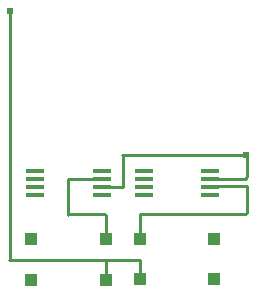
<source format=gbl>
G04 ---------------------------- Layer name :BOTTOM LAYER*
G04 easyEDA 0.1*
G04 Scale: 100 percent, Rotated: No, Reflected: No *
G04 Dimensions in inches *
G04 leading zeros omitted , absolute positions ,2 integer and 4 * 
%FSLAX24Y24*%
%MOIN*%
G90*
G70D02*

%ADD10C,0.010000*%
%ADD11C,0.024400*%
%ADD12R,0.043307X0.043307*%
%ADD13R,0.059055X0.013780*%

%LPD*%
G54D10*
G01X7567Y4488D02*
G01X8743Y4488D01*
G01X8796Y4541D01*
G01X8796Y5269D01*
G01X8776Y5290D01*
G01X3957Y4236D02*
G01X4651Y4236D01*
G01X4681Y4207D01*
G01X4681Y5250D01*
G01X4642Y5289D01*
G01X8775Y5289D01*
G01X8776Y5290D01*
G01X894Y10100D02*
G01X894Y1798D01*
G01X882Y1785D01*
G01X4071Y1785D01*
G01X4091Y1805D01*
G01X4091Y1140D01*
G01X4088Y1138D01*
G01X4071Y1786D02*
G01X5213Y1786D01*
G01X5233Y1805D01*
G01X5233Y1161D01*
G01X5221Y1148D01*
G01X5221Y2488D02*
G01X5221Y3309D01*
G01X5233Y3321D01*
G01X8756Y3321D01*
G01X8815Y3380D01*
G01X8815Y4246D01*
G01X7577Y4246D01*
G01X7567Y4236D01*
G01X4088Y2476D02*
G01X4088Y3284D01*
G01X4051Y3321D01*
G01X2851Y3321D01*
G01X2831Y3301D01*
G01X2831Y4463D01*
G01X2851Y4482D01*
G01X3950Y4482D01*
G01X3957Y4488D01*
G54D12*
G01X1610Y2477D03*
G01X1610Y1138D03*
G01X4089Y2476D03*
G01X4089Y1138D03*
G01X5221Y2488D03*
G01X5221Y1149D03*
G01X7700Y2487D03*
G01X7699Y1148D03*
G54D13*
G01X1742Y3969D03*
G01X1742Y4741D03*
G01X1742Y4489D03*
G01X1742Y4237D03*
G01X3956Y3969D03*
G01X3956Y4741D03*
G01X3956Y4489D03*
G01X3956Y4237D03*
G01X5353Y3969D03*
G01X5353Y4741D03*
G01X5353Y4489D03*
G01X5353Y4237D03*
G01X7567Y3969D03*
G01X7567Y4741D03*
G01X7567Y4489D03*
G01X7567Y4237D03*
G54D11*
G01X894Y10100D03*
G01X8776Y5290D03*

M00*
M02*
</source>
